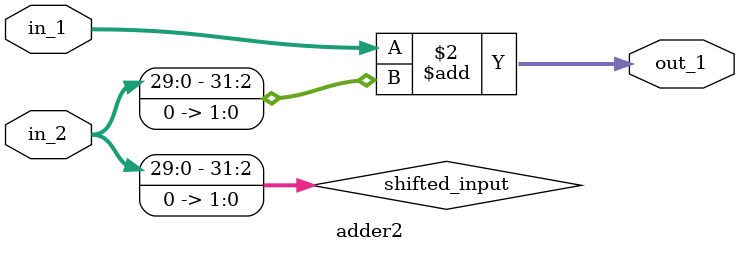
<source format=v>
`timescale 1ns / 1ps


module adder2(in_1, in_2, out_1);
    input[31:0] in_1, in_2;
    output[31:0] out_1; 
    wire[31:0] shifted_input;
    
    assign shifted_input = in_2 <<< 2; 
        
    assign out_1 = in_1 + shifted_input;
endmodule

</source>
